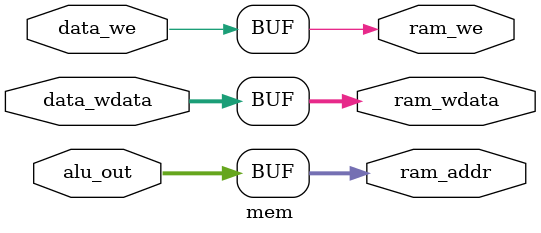
<source format=v>
`timescale 1ns / 1ps


module mem(
//    input  wire        clk,
//    input  wire        rst,
    input   [31:0]  alu_out,
    input   [31:0]  data_wdata,
    input           data_we,

    output          ram_we,
    output  [31:0]  ram_addr,
    output  [31:0]  ram_wdata
    );

    assign ram_we = data_we;
    assign ram_addr = alu_out;
    assign ram_wdata = data_wdata;
endmodule

</source>
